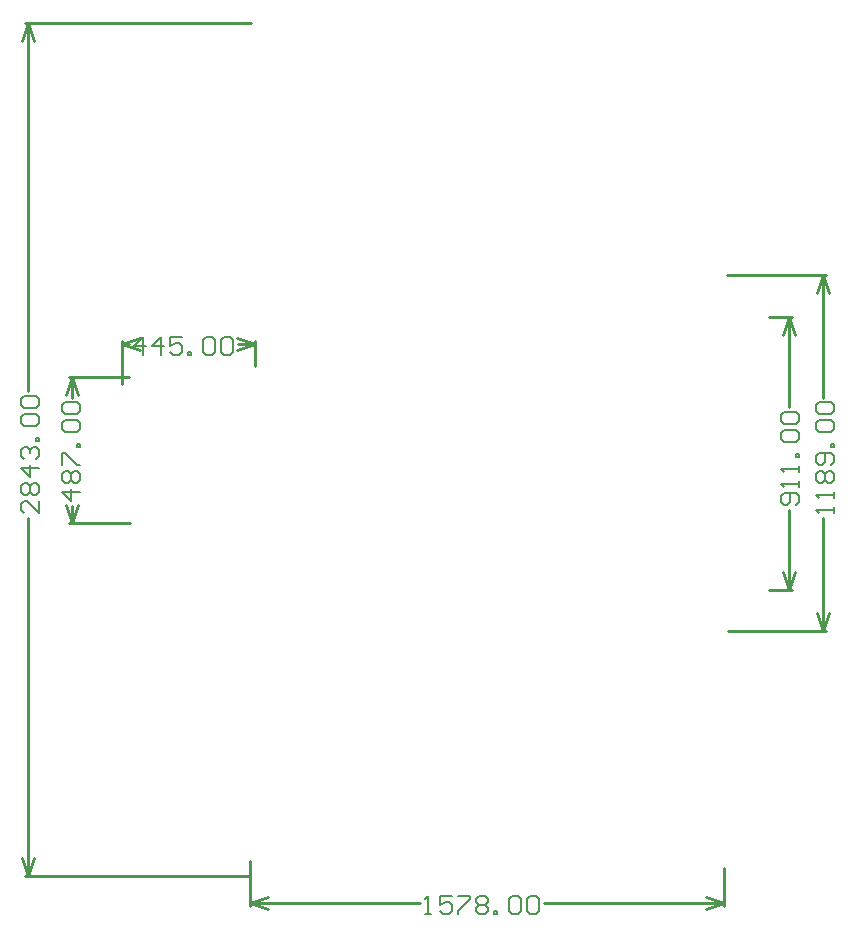
<source format=gm1>
G04 Layer_Color=16711935*
%FSLAX25Y25*%
%MOIN*%
G70*
G01*
G75*
%ADD33C,0.01000*%
%ADD35C,0.00600*%
D33*
X273600Y113500D02*
X348500D01*
X273600Y397800D02*
X348700D01*
X274600Y113500D02*
Y232956D01*
Y275144D02*
Y397800D01*
Y113500D02*
X276600Y119500D01*
X272600D02*
X274600Y113500D01*
X272600Y391800D02*
X274600Y397800D01*
X276600Y391800D01*
X288000Y231200D02*
X308500D01*
X288000Y279900D02*
X308000D01*
X289000Y231200D02*
Y236900D01*
Y273089D02*
Y279900D01*
Y231200D02*
X291000Y237200D01*
X287000D02*
X289000Y231200D01*
X287000Y273900D02*
X289000Y279900D01*
X291000Y273900D01*
X506300Y103600D02*
Y116300D01*
X348500Y103600D02*
Y118500D01*
X446394Y104600D02*
X506300D01*
X348500D02*
X405206D01*
X500300Y106600D02*
X506300Y104600D01*
X500300Y102600D02*
X506300Y104600D01*
X348500D02*
X354500Y102600D01*
X348500Y104600D02*
X354500Y106600D01*
X507800Y195100D02*
X540400D01*
X507400Y314000D02*
X540400D01*
X539400Y195100D02*
Y232856D01*
Y273044D02*
Y314000D01*
Y195100D02*
X541400Y201100D01*
X537400D02*
X539400Y195100D01*
X537400Y308000D02*
X539400Y314000D01*
X541400Y308000D01*
X521500Y208800D02*
X529000D01*
X521500Y299900D02*
X529000D01*
X528000Y208800D02*
Y235655D01*
Y269845D02*
Y299900D01*
Y208800D02*
X530000Y214800D01*
X526000D02*
X528000Y208800D01*
X526000Y293900D02*
X528000Y299900D01*
X530000Y293900D01*
X350200Y283700D02*
Y291900D01*
X305700Y277600D02*
Y291900D01*
X344445Y290900D02*
X350200D01*
X305700D02*
X308255D01*
X344200Y292900D02*
X350200Y290900D01*
X344200Y288900D02*
X350200Y290900D01*
X305700D02*
X311700Y288900D01*
X305700Y290900D02*
X311700Y292900D01*
D35*
X278199Y238555D02*
Y234556D01*
X274200Y238555D01*
X273201D01*
X272201Y237555D01*
Y235556D01*
X273201Y234556D01*
Y240554D02*
X272201Y241554D01*
Y243553D01*
X273201Y244553D01*
X274200D01*
X275200Y243553D01*
X276200Y244553D01*
X277199D01*
X278199Y243553D01*
Y241554D01*
X277199Y240554D01*
X276200D01*
X275200Y241554D01*
X274200Y240554D01*
X273201D01*
X275200Y241554D02*
Y243553D01*
X278199Y249552D02*
X272201D01*
X275200Y246552D01*
Y250551D01*
X273201Y252551D02*
X272201Y253550D01*
Y255550D01*
X273201Y256549D01*
X274200D01*
X275200Y255550D01*
Y254550D01*
Y255550D01*
X276200Y256549D01*
X277199D01*
X278199Y255550D01*
Y253550D01*
X277199Y252551D01*
X278199Y258548D02*
X277199D01*
Y259548D01*
X278199D01*
Y258548D01*
X273201Y263547D02*
X272201Y264547D01*
Y266546D01*
X273201Y267546D01*
X277199D01*
X278199Y266546D01*
Y264547D01*
X277199Y263547D01*
X273201D01*
Y269545D02*
X272201Y270545D01*
Y272544D01*
X273201Y273544D01*
X277199D01*
X278199Y272544D01*
Y270545D01*
X277199Y269545D01*
X273201D01*
X291800Y241499D02*
X285802D01*
X288801Y238500D01*
Y242499D01*
X286802Y244498D02*
X285802Y245498D01*
Y247497D01*
X286802Y248497D01*
X287801D01*
X288801Y247497D01*
X289801Y248497D01*
X290800D01*
X291800Y247497D01*
Y245498D01*
X290800Y244498D01*
X289801D01*
X288801Y245498D01*
X287801Y244498D01*
X286802D01*
X288801Y245498D02*
Y247497D01*
X285802Y250496D02*
Y254495D01*
X286802D01*
X290800Y250496D01*
X291800D01*
Y256494D02*
X290800D01*
Y257494D01*
X291800D01*
Y256494D01*
X286802Y261493D02*
X285802Y262492D01*
Y264492D01*
X286802Y265491D01*
X290800D01*
X291800Y264492D01*
Y262492D01*
X290800Y261493D01*
X286802D01*
Y267491D02*
X285802Y268490D01*
Y270490D01*
X286802Y271489D01*
X290800D01*
X291800Y270490D01*
Y268490D01*
X290800Y267491D01*
X286802D01*
X406806Y101001D02*
X408806D01*
X407806D01*
Y106999D01*
X406806Y105999D01*
X415803Y106999D02*
X411804D01*
Y104000D01*
X413804Y105000D01*
X414804D01*
X415803Y104000D01*
Y102001D01*
X414804Y101001D01*
X412804D01*
X411804Y102001D01*
X417803Y106999D02*
X421801D01*
Y105999D01*
X417803Y102001D01*
Y101001D01*
X423801Y105999D02*
X424800Y106999D01*
X426800D01*
X427799Y105999D01*
Y105000D01*
X426800Y104000D01*
X427799Y103000D01*
Y102001D01*
X426800Y101001D01*
X424800D01*
X423801Y102001D01*
Y103000D01*
X424800Y104000D01*
X423801Y105000D01*
Y105999D01*
X424800Y104000D02*
X426800D01*
X429799Y101001D02*
Y102001D01*
X430798D01*
Y101001D01*
X429799D01*
X434797Y105999D02*
X435797Y106999D01*
X437796D01*
X438796Y105999D01*
Y102001D01*
X437796Y101001D01*
X435797D01*
X434797Y102001D01*
Y105999D01*
X440795D02*
X441795Y106999D01*
X443794D01*
X444794Y105999D01*
Y102001D01*
X443794Y101001D01*
X441795D01*
X440795Y102001D01*
Y105999D01*
X542999Y234456D02*
Y236455D01*
Y235456D01*
X537001D01*
X538001Y234456D01*
X542999Y239454D02*
Y241454D01*
Y240454D01*
X537001D01*
X538001Y239454D01*
Y244453D02*
X537001Y245452D01*
Y247452D01*
X538001Y248451D01*
X539000D01*
X540000Y247452D01*
X541000Y248451D01*
X541999D01*
X542999Y247452D01*
Y245452D01*
X541999Y244453D01*
X541000D01*
X540000Y245452D01*
X539000Y244453D01*
X538001D01*
X540000Y245452D02*
Y247452D01*
X541999Y250451D02*
X542999Y251450D01*
Y253450D01*
X541999Y254450D01*
X538001D01*
X537001Y253450D01*
Y251450D01*
X538001Y250451D01*
X539000D01*
X540000Y251450D01*
Y254450D01*
X542999Y256449D02*
X541999D01*
Y257449D01*
X542999D01*
Y256449D01*
X538001Y261447D02*
X537001Y262447D01*
Y264446D01*
X538001Y265446D01*
X541999D01*
X542999Y264446D01*
Y262447D01*
X541999Y261447D01*
X538001D01*
Y267445D02*
X537001Y268445D01*
Y270444D01*
X538001Y271444D01*
X541999D01*
X542999Y270444D01*
Y268445D01*
X541999Y267445D01*
X538001D01*
X530599Y237255D02*
X531599Y238255D01*
Y240254D01*
X530599Y241254D01*
X526601D01*
X525601Y240254D01*
Y238255D01*
X526601Y237255D01*
X527600D01*
X528600Y238255D01*
Y241254D01*
X531599Y243253D02*
Y245252D01*
Y244253D01*
X525601D01*
X526601Y243253D01*
X531599Y248252D02*
Y250251D01*
Y249251D01*
X525601D01*
X526601Y248252D01*
X531599Y253250D02*
X530599D01*
Y254250D01*
X531599D01*
Y253250D01*
X526601Y258248D02*
X525601Y259248D01*
Y261247D01*
X526601Y262247D01*
X530599D01*
X531599Y261247D01*
Y259248D01*
X530599Y258248D01*
X526601D01*
Y264246D02*
X525601Y265246D01*
Y267245D01*
X526601Y268245D01*
X530599D01*
X531599Y267245D01*
Y265246D01*
X530599Y264246D01*
X526601D01*
X312854Y287301D02*
Y293299D01*
X309855Y290300D01*
X313854D01*
X318852Y287301D02*
Y293299D01*
X315853Y290300D01*
X319852D01*
X325850Y293299D02*
X321851D01*
Y290300D01*
X323851Y291300D01*
X324851D01*
X325850Y290300D01*
Y288301D01*
X324851Y287301D01*
X322851D01*
X321851Y288301D01*
X327850Y287301D02*
Y288301D01*
X328849D01*
Y287301D01*
X327850D01*
X332848Y292299D02*
X333848Y293299D01*
X335847D01*
X336847Y292299D01*
Y288301D01*
X335847Y287301D01*
X333848D01*
X332848Y288301D01*
Y292299D01*
X338846D02*
X339846Y293299D01*
X341845D01*
X342845Y292299D01*
Y288301D01*
X341845Y287301D01*
X339846D01*
X338846Y288301D01*
Y292299D01*
M02*

</source>
